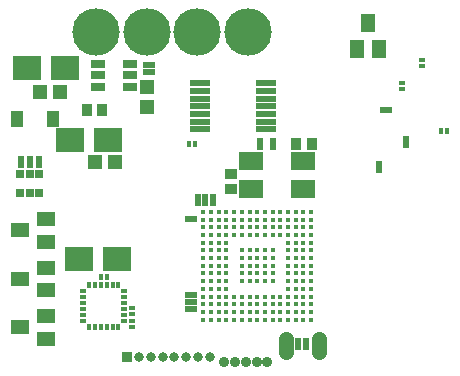
<source format=gts>
G75*
G70*
%OFA0B0*%
%FSLAX24Y24*%
%IPPOS*%
%LPD*%
%AMOC8*
5,1,8,0,0,1.08239X$1,22.5*
%
%ADD10R,0.0926X0.0789*%
%ADD11R,0.0513X0.0474*%
%ADD12R,0.0828X0.0631*%
%ADD13R,0.0434X0.0356*%
%ADD14R,0.0356X0.0434*%
%ADD15R,0.0249X0.0190*%
%ADD16R,0.0190X0.0249*%
%ADD17R,0.0631X0.0474*%
%ADD18R,0.0316X0.0316*%
%ADD19R,0.0159X0.0218*%
%ADD20R,0.0218X0.0159*%
%ADD21R,0.0690X0.0198*%
%ADD22C,0.0328*%
%ADD23R,0.0328X0.0328*%
%ADD24C,0.0500*%
%ADD25R,0.0218X0.0178*%
%ADD26R,0.0178X0.0218*%
%ADD27R,0.0513X0.0316*%
%ADD28R,0.0474X0.0513*%
%ADD29R,0.0415X0.0552*%
%ADD30C,0.0171*%
%ADD31C,0.0356*%
%ADD32R,0.0474X0.0631*%
%ADD33C,0.1580*%
D10*
X003121Y004480D03*
X004400Y004480D03*
X004100Y008440D03*
X002821Y008440D03*
X002660Y010840D03*
X001381Y010840D03*
D11*
X001806Y010060D03*
X002475Y010060D03*
X003666Y007720D03*
X004335Y007720D03*
D12*
X008852Y007755D03*
X008852Y006810D03*
X010584Y006810D03*
X010584Y007755D03*
D13*
X008200Y007316D03*
X008200Y006804D03*
D14*
X010362Y008313D03*
X010874Y008313D03*
X003896Y009460D03*
X003384Y009460D03*
D15*
X001780Y007820D03*
X001480Y007820D03*
X001480Y007620D03*
X001780Y007620D03*
X001180Y007620D03*
X001180Y007820D03*
X007091Y006563D03*
X007091Y006362D03*
X007331Y006362D03*
X007331Y006563D03*
X007571Y006563D03*
X007571Y006362D03*
X009160Y008220D03*
X009160Y008420D03*
X009580Y008420D03*
X009580Y008220D03*
X013120Y007640D03*
X013120Y007440D03*
X014020Y008280D03*
X014020Y008480D03*
X010691Y001763D03*
X010691Y001562D03*
X010420Y001560D03*
X010420Y001760D03*
D16*
X006951Y002802D03*
X006751Y002802D03*
X006751Y003042D03*
X006751Y003282D03*
X006951Y003282D03*
X006951Y003042D03*
X006951Y005802D03*
X006751Y005802D03*
X013260Y009460D03*
X013461Y009460D03*
X005541Y010720D03*
X005541Y010960D03*
X005340Y010960D03*
X005340Y010720D03*
D17*
X002033Y001826D03*
X001167Y002200D03*
X002033Y002574D03*
X002033Y003446D03*
X002033Y004194D03*
X001167Y003820D03*
X002033Y005066D03*
X002033Y005814D03*
X001167Y005440D03*
D18*
X001165Y006685D03*
X001480Y006685D03*
X001795Y006685D03*
X001795Y007315D03*
X001480Y007315D03*
X001165Y007315D03*
D19*
X003448Y003609D03*
X003645Y003609D03*
X003842Y003609D03*
X004039Y003609D03*
X004236Y003609D03*
X004432Y003609D03*
X004432Y002231D03*
X004236Y002231D03*
X004039Y002231D03*
X003842Y002231D03*
X003645Y002231D03*
X003448Y002231D03*
D20*
X003251Y002428D03*
X003251Y002625D03*
X003251Y002822D03*
X003251Y003018D03*
X003251Y003215D03*
X003251Y003412D03*
X004629Y003412D03*
X004629Y003215D03*
X004629Y003018D03*
X004629Y002822D03*
X004629Y002625D03*
X004629Y002428D03*
D21*
X007154Y008809D03*
X007154Y009065D03*
X007154Y009320D03*
X007154Y009576D03*
X007154Y009832D03*
X007154Y010088D03*
X007154Y010344D03*
X009359Y010344D03*
X009359Y010088D03*
X009359Y009832D03*
X009359Y009576D03*
X009359Y009320D03*
X009359Y009065D03*
X009359Y008809D03*
D22*
X007478Y001210D03*
X007085Y001210D03*
X006691Y001210D03*
X006297Y001210D03*
X005904Y001210D03*
X005510Y001210D03*
X005116Y001210D03*
D23*
X004722Y001210D03*
D24*
X010010Y001390D02*
X010010Y001810D01*
X011110Y001810D02*
X011110Y001390D01*
D25*
X004900Y002222D03*
X004900Y002418D03*
X004900Y002642D03*
X004900Y002838D03*
X013900Y010142D03*
X013900Y010338D03*
X014560Y010922D03*
X014560Y011118D03*
D26*
X015182Y008740D03*
X015379Y008740D03*
X006979Y008320D03*
X006782Y008320D03*
X004039Y003880D03*
X003842Y003880D03*
D27*
X003769Y010226D03*
X003769Y010600D03*
X003769Y010974D03*
X004832Y010974D03*
X004832Y010600D03*
X004832Y010226D03*
D28*
X005380Y010215D03*
X005380Y009545D03*
D29*
X002261Y009160D03*
X001060Y009160D03*
D30*
X007267Y006047D03*
X007267Y005791D03*
X007267Y005535D03*
X007267Y005280D03*
X007267Y005024D03*
X007523Y005024D03*
X007523Y005280D03*
X007779Y005280D03*
X007779Y005024D03*
X008035Y005024D03*
X008035Y005280D03*
X008291Y005280D03*
X008547Y005280D03*
X008547Y005535D03*
X008291Y005535D03*
X008035Y005535D03*
X007779Y005535D03*
X007523Y005535D03*
X007523Y005791D03*
X007779Y005791D03*
X008035Y005791D03*
X008291Y005791D03*
X008547Y005791D03*
X008803Y005791D03*
X009059Y005791D03*
X009315Y005791D03*
X009570Y005791D03*
X009570Y005535D03*
X009315Y005535D03*
X009315Y005280D03*
X009570Y005280D03*
X009826Y005280D03*
X010082Y005280D03*
X010082Y005024D03*
X010338Y005024D03*
X010338Y005280D03*
X010594Y005280D03*
X010850Y005280D03*
X010850Y005024D03*
X010594Y005024D03*
X010594Y004768D03*
X010338Y004768D03*
X010082Y004768D03*
X010082Y004512D03*
X010082Y004256D03*
X010082Y004000D03*
X010082Y003744D03*
X010082Y003488D03*
X010082Y003232D03*
X009826Y003232D03*
X009570Y003232D03*
X009315Y003232D03*
X009315Y002976D03*
X009570Y002976D03*
X009570Y002720D03*
X009315Y002720D03*
X009315Y002465D03*
X009570Y002465D03*
X009826Y002465D03*
X010082Y002465D03*
X010082Y002720D03*
X009826Y002720D03*
X009826Y002976D03*
X010082Y002976D03*
X010338Y002976D03*
X010594Y002976D03*
X010850Y002976D03*
X010850Y002720D03*
X010594Y002720D03*
X010338Y002720D03*
X010338Y002465D03*
X010594Y002465D03*
X010850Y002465D03*
X010850Y003232D03*
X010594Y003232D03*
X010338Y003232D03*
X010338Y003488D03*
X010594Y003488D03*
X010850Y003488D03*
X010850Y003744D03*
X010594Y003744D03*
X010338Y003744D03*
X010338Y004000D03*
X010594Y004000D03*
X010850Y004000D03*
X010850Y004256D03*
X010594Y004256D03*
X010338Y004256D03*
X010338Y004512D03*
X010594Y004512D03*
X010850Y004512D03*
X010850Y004768D03*
X010850Y005535D03*
X010594Y005535D03*
X010338Y005535D03*
X010082Y005535D03*
X009826Y005535D03*
X009826Y005791D03*
X010082Y005791D03*
X010338Y005791D03*
X010594Y005791D03*
X010850Y005791D03*
X010850Y006047D03*
X010594Y006047D03*
X010338Y006047D03*
X010082Y006047D03*
X009826Y006047D03*
X009570Y006047D03*
X009315Y006047D03*
X009059Y006047D03*
X008803Y006047D03*
X008547Y006047D03*
X008291Y006047D03*
X008035Y006047D03*
X007779Y006047D03*
X007523Y006047D03*
X008803Y005535D03*
X009059Y005535D03*
X009059Y005280D03*
X008803Y005280D03*
X008803Y004768D03*
X009059Y004768D03*
X009315Y004768D03*
X009570Y004768D03*
X009570Y004512D03*
X009315Y004512D03*
X009315Y004256D03*
X009570Y004256D03*
X009570Y004000D03*
X009315Y004000D03*
X009315Y003744D03*
X009570Y003744D03*
X009059Y003744D03*
X008803Y003744D03*
X008803Y004000D03*
X009059Y004000D03*
X009059Y004256D03*
X008803Y004256D03*
X008803Y004512D03*
X009059Y004512D03*
X008547Y004512D03*
X008547Y004768D03*
X008035Y004768D03*
X007779Y004768D03*
X007523Y004768D03*
X007267Y004768D03*
X007267Y004512D03*
X007267Y004256D03*
X007267Y004000D03*
X007267Y003744D03*
X007267Y003488D03*
X007267Y003232D03*
X007267Y002976D03*
X007267Y002720D03*
X007267Y002465D03*
X007523Y002465D03*
X007779Y002465D03*
X007779Y002720D03*
X007523Y002720D03*
X007523Y002976D03*
X007779Y002976D03*
X008035Y002976D03*
X008291Y002976D03*
X008547Y002976D03*
X008547Y002720D03*
X008291Y002720D03*
X008035Y002720D03*
X008035Y002465D03*
X008291Y002465D03*
X008547Y002465D03*
X008803Y002465D03*
X009059Y002465D03*
X009059Y002720D03*
X008803Y002720D03*
X008803Y002976D03*
X009059Y002976D03*
X009059Y003232D03*
X008803Y003232D03*
X008547Y003232D03*
X008291Y003232D03*
X008035Y003232D03*
X007779Y003232D03*
X007523Y003232D03*
X007523Y003488D03*
X007779Y003488D03*
X008035Y003488D03*
X008035Y003744D03*
X007779Y003744D03*
X007523Y003744D03*
X007523Y004000D03*
X007779Y004000D03*
X007779Y004256D03*
X007523Y004256D03*
X007523Y004512D03*
X007779Y004512D03*
X008035Y004512D03*
X008035Y004256D03*
X008035Y004000D03*
X008547Y004000D03*
X008547Y003744D03*
X008547Y004256D03*
D31*
X008680Y001060D03*
X008320Y001060D03*
X007960Y001060D03*
X009040Y001060D03*
X009400Y001060D03*
D32*
X012386Y011487D03*
X013134Y011487D03*
X012760Y012353D03*
D33*
X008740Y012040D03*
X007060Y012040D03*
X005380Y012040D03*
X003700Y012040D03*
M02*

</source>
